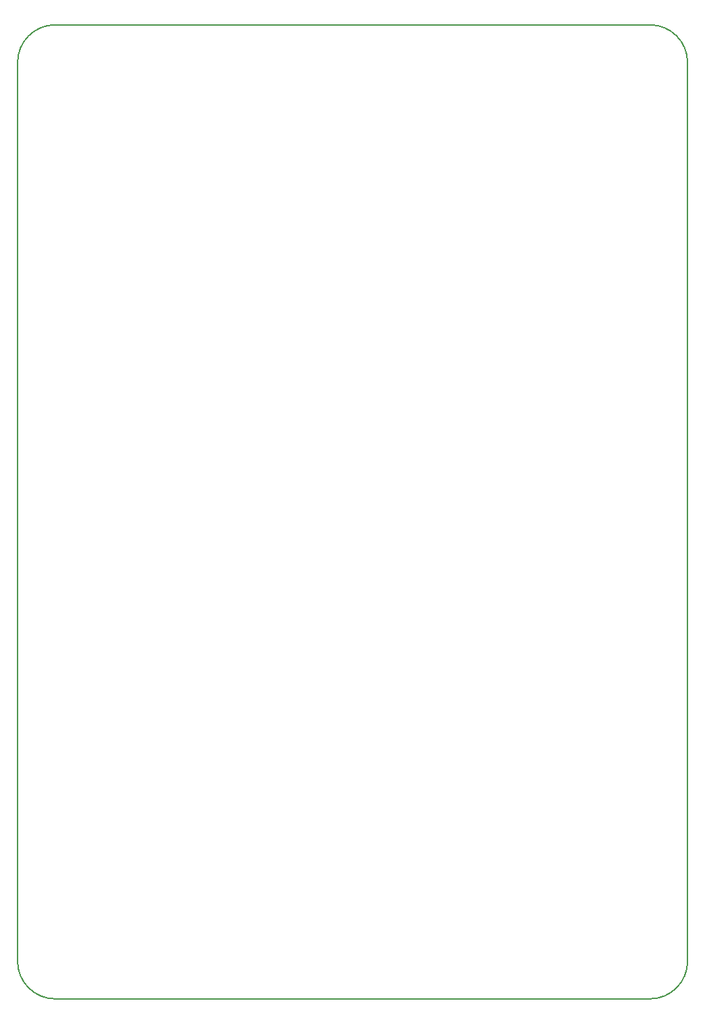
<source format=gbr>
%TF.GenerationSoftware,KiCad,Pcbnew,9.0.4*%
%TF.CreationDate,2025-10-04T23:37:01+05:30*%
%TF.ProjectId,FireSide,46697265-5369-4646-952e-6b696361645f,rev?*%
%TF.SameCoordinates,Original*%
%TF.FileFunction,Profile,NP*%
%FSLAX46Y46*%
G04 Gerber Fmt 4.6, Leading zero omitted, Abs format (unit mm)*
G04 Created by KiCad (PCBNEW 9.0.4) date 2025-10-04 23:37:01*
%MOMM*%
%LPD*%
G01*
G04 APERTURE LIST*
%TA.AperFunction,Profile*%
%ADD10C,0.200000*%
%TD*%
G04 APERTURE END LIST*
D10*
X149800000Y-29250000D02*
G75*
G02*
X154500000Y-33950000I0J-4700000D01*
G01*
X154500000Y-33950000D02*
X154500000Y-146550000D01*
X149800000Y-151250000D02*
X75200000Y-151250000D01*
X75200000Y-151250000D02*
G75*
G02*
X70500000Y-146550000I0J4700000D01*
G01*
X154500000Y-146550000D02*
G75*
G02*
X149800000Y-151250000I-4700000J0D01*
G01*
X70500000Y-146550000D02*
X70500000Y-33950000D01*
X70500000Y-33950000D02*
G75*
G02*
X75200000Y-29250000I4700000J0D01*
G01*
X75200000Y-29250000D02*
X149800000Y-29250000D01*
M02*

</source>
